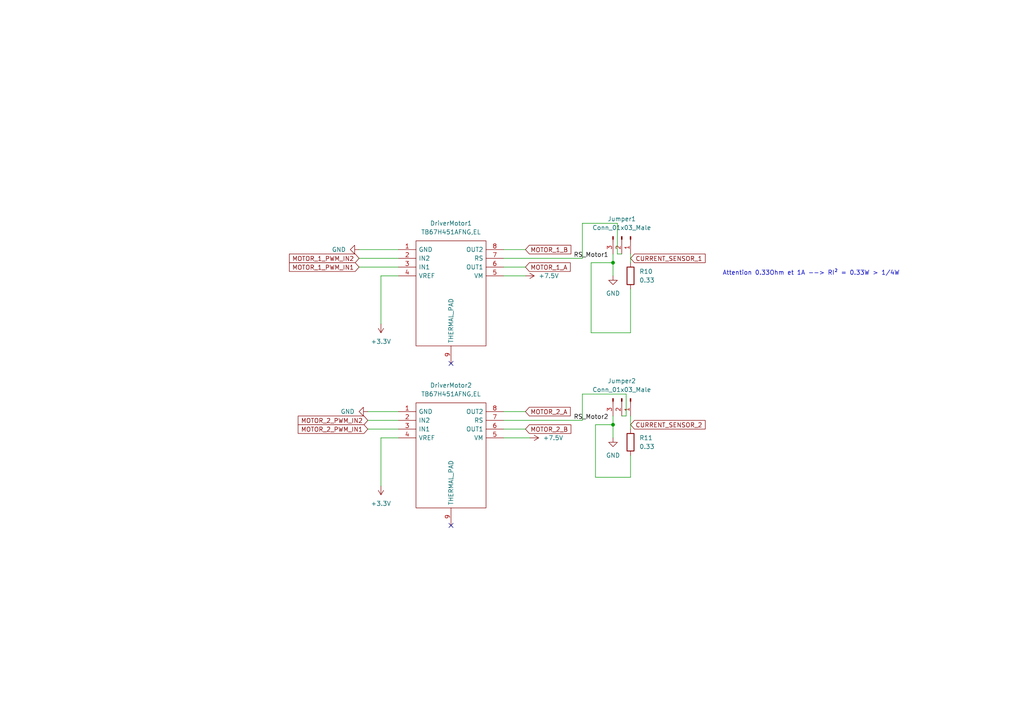
<source format=kicad_sch>
(kicad_sch (version 20211123) (generator eeschema)
  (paper "A4")
  (lib_symbols
    (symbol "Connector:Conn_01x03_Male" (pin_names (offset 1.016) hide)
      (property "Reference" "J" (at 0 5.08 0))
      (property "Value" "Conn_01x03_Male" (at 0 -5.08 0))
      (symbol "Conn_01x03_Male_1_1"
        (polyline (pts (xy 1.27 -2.54) (xy 0.8636 -2.54)) (stroke (width 0.1524)))
        (polyline (pts (xy 1.27 0) (xy 0.8636 0)) (stroke (width 0.1524)))
        (polyline (pts (xy 1.27 2.54) (xy 0.8636 2.54)) (stroke (width 0.1524)))
        (rectangle (start 0.8636 -2.413) (end 0 -2.667) (stroke (width 0.1524)) (fill (type outline)))
        (rectangle (start 0.8636 0.127) (end 0 -0.127) (stroke (width 0.1524)) (fill (type outline)))
        (rectangle (start 0.8636 2.667) (end 0 2.413) (stroke (width 0.1524)) (fill (type outline)))
        (pin passive line (at 5.08 2.54 180) (length 3.81) (name "Pin_1") (number "1"))
        (pin passive line (at 5.08 0 180) (length 3.81) (name "Pin_2") (number "2"))
        (pin passive line (at 5.08 -2.54 180) (length 3.81) (name "Pin_3") (number "3"))
      )
    )
    (symbol "Device:R" (pin_numbers hide) (pin_names (offset 0))
      (property "Reference" "R" (at 2.032 0 90))
      (property "Value" "R" (at 0 0 90))
      (symbol "R_0_1"
        (rectangle (start -1.016 -2.54) (end 1.016 2.54) (stroke (width 0.254)))
      )
      (symbol "R_1_1"
        (pin passive line (at 0 3.81 270) (length 1.27) (name "~") (number "1"))
        (pin passive line (at 0 -3.81 90) (length 1.27) (name "~") (number "2"))
      )
    )
    (symbol "TB67H451AFNG_EL:TB67H451AFNG,EL" (pin_names (offset 0.762))
      (property "Reference" "IC" (at 26.67 7.62 0))
      (property "Value" "TB67H451AFNG,EL" (at 26.67 5.08 0))
      (symbol "TB67H451AFNG,EL_0_0"
        (pin passive line (at 0 0 0) (length 5.08) (name "GND") (number "1"))
        (pin passive line (at 0 -2.54 0) (length 5.08) (name "IN2") (number "2"))
        (pin passive line (at 0 -5.08 0) (length 5.08) (name "IN1") (number "3"))
        (pin passive line (at 0 -7.62 0) (length 5.08) (name "VREF") (number "4"))
        (pin passive line (at 30.48 -7.62 180) (length 5.08) (name "VM") (number "5"))
        (pin passive line (at 30.48 -5.08 180) (length 5.08) (name "OUT1") (number "6"))
        (pin passive line (at 30.48 -2.54 180) (length 5.08) (name "RS") (number "7"))
        (pin passive line (at 30.48 0 180) (length 5.08) (name "OUT2") (number "8"))
        (pin passive line (at 15.24 -33.02 90) (length 5.08) (name "THERMAL_PAD") (number "9"))
      )
      (symbol "TB67H451AFNG,EL_0_1"
        (polyline (pts (xy 5.08 2.54) (xy 25.4 2.54) (xy 25.4 -27.94) (xy 5.08 -27.94) (xy 5.08 2.54)) (stroke (width 0.1524)))
      )
    )
    (symbol "power:+3.3V" (power) (pin_names (offset 0))
      (property "Value" "+3.3V" (at 0 3.556 0))
      (symbol "+3.3V_0_1"
        (polyline (pts (xy -0.762 1.27) (xy 0 2.54)))
        (polyline (pts (xy 0 0) (xy 0 2.54)))
        (polyline (pts (xy 0 2.54) (xy 0.762 1.27)))
      )
      (symbol "+3.3V_1_1"
        (pin power_in line (at 0 0 90) (length 0) hide (name "+3.3V") (number "1"))
      )
    )
    (symbol "power:+7.5V" (power) (pin_names (offset 0))
      (property "Value" "+7.5V" (at 0 3.556 0))
      (symbol "+7.5V_0_1"
        (polyline (pts (xy -0.762 1.27) (xy 0 2.54)))
        (polyline (pts (xy 0 0) (xy 0 2.54)))
        (polyline (pts (xy 0 2.54) (xy 0.762 1.27)))
      )
      (symbol "+7.5V_1_1"
        (pin power_in line (at 0 0 90) (length 0) hide (name "+7.5V") (number "1"))
      )
    )
    (symbol "power:GND" (power) (pin_names (offset 0))
      (property "Value" "GND" (at 0 -3.81 0))
      (symbol "GND_0_1"
        (polyline (pts (xy 0 0) (xy 0 -1.27) (xy 1.27 -1.27) (xy 0 -2.54) (xy -1.27 -1.27) (xy 0 -1.27)))
      )
      (symbol "GND_1_1"
        (pin power_in line (at 0 0 270) (length 0) hide (name "GND") (number "1"))
      )
    )
  )
  (junction (at 177.8 123.19))
  (junction (at 177.8 76.2))
  (no_connect (at 130.81 105.41))
  (no_connect (at 130.81 152.4))
  (wire (pts (xy 171.45 96.52) (xy 171.45 76.2)))
  (wire (pts (xy 182.88 83.82) (xy 182.88 96.52)))
  (wire (pts (xy 110.49 80.01) (xy 110.49 93.98)))
  (wire (pts (xy 181.61 120.65) (xy 181.61 114.3)))
  (wire (pts (xy 182.88 132.08) (xy 182.88 138.43)))
  (wire (pts (xy 172.72 123.19) (xy 177.8 123.19)))
  (wire (pts (xy 182.88 120.65) (xy 182.88 124.46)))
  (wire (pts (xy 168.91 64.77) (xy 168.91 74.93)))
  (wire (pts (xy 182.88 138.43) (xy 172.72 138.43)))
  (wire (pts (xy 104.14 77.47) (xy 115.57 77.47)))
  (wire (pts (xy 146.05 77.47) (xy 152.4 77.47)))
  (wire (pts (xy 106.68 121.92) (xy 115.57 121.92)))
  (wire (pts (xy 177.8 123.19) (xy 177.8 127)))
  (wire (pts (xy 177.8 73.66) (xy 177.8 76.2)))
  (wire (pts (xy 168.91 114.3) (xy 168.91 121.92)))
  (wire (pts (xy 146.05 72.39) (xy 152.4 72.39)))
  (wire (pts (xy 104.14 72.39) (xy 115.57 72.39)))
  (wire (pts (xy 172.72 138.43) (xy 172.72 123.19)))
  (wire (pts (xy 115.57 80.01) (xy 110.49 80.01)))
  (wire (pts (xy 168.91 121.92) (xy 146.05 121.92)))
  (wire (pts (xy 110.49 127) (xy 110.49 140.97)))
  (wire (pts (xy 179.07 64.77) (xy 168.91 64.77)))
  (wire (pts (xy 171.45 76.2) (xy 177.8 76.2)))
  (wire (pts (xy 146.05 127) (xy 153.67 127)))
  (wire (pts (xy 168.91 74.93) (xy 146.05 74.93)))
  (wire (pts (xy 180.34 120.65) (xy 181.61 120.65)))
  (wire (pts (xy 177.8 76.2) (xy 177.8 80.01)))
  (wire (pts (xy 181.61 114.3) (xy 168.91 114.3)))
  (wire (pts (xy 182.88 96.52) (xy 171.45 96.52)))
  (wire (pts (xy 146.05 80.01) (xy 152.4 80.01)))
  (wire (pts (xy 115.57 127) (xy 110.49 127)))
  (wire (pts (xy 179.07 64.77) (xy 179.07 73.66)))
  (wire (pts (xy 146.05 124.46) (xy 152.4 124.46)))
  (wire (pts (xy 182.88 73.66) (xy 182.88 76.2)))
  (wire (pts (xy 106.68 124.46) (xy 115.57 124.46)))
  (wire (pts (xy 104.14 74.93) (xy 115.57 74.93)))
  (wire (pts (xy 106.68 119.38) (xy 115.57 119.38)))
  (wire (pts (xy 180.34 73.66) (xy 179.07 73.66)))
  (wire (pts (xy 177.8 120.65) (xy 177.8 123.19)))
  (wire (pts (xy 146.05 119.38) (xy 152.4 119.38)))
  (text "Attention 0.33Ohm et 1A --> RI² = 0.33W > 1/4W" (at 209.55 80.01 0) (effects (font (size 1.27 1.27)) (justify left bottom)))
  (label "RS_Motor1" (at 166.37 74.93 0))
  (label "RS_Motor2" (at 166.37 121.92 0))
  (global_label "MOTOR_1_PWM_IN1" (shape input) (at 104.14 77.47 180) (property "Intersheet References" "${INTERSHEET_REFS}" (effects hide)))
  (global_label "MOTOR_2_PWM_IN1" (shape input) (at 106.68 124.46 180) (property "Intersheet References" "${INTERSHEET_REFS}" (effects hide)))
  (global_label "MOTOR_1_B" (shape input) (at 152.4 72.39 0) (property "Intersheet References" "${INTERSHEET_REFS}" (effects hide)))
  (global_label "MOTOR_2_A" (shape input) (at 152.4 119.38 0) (property "Intersheet References" "${INTERSHEET_REFS}" (effects hide)))
  (global_label "MOTOR_2_PWM_IN2" (shape input) (at 106.68 121.92 180) (property "Intersheet References" "${INTERSHEET_REFS}" (effects hide)))
  (global_label "CURRENT_SENSOR_1" (shape input) (at 182.88 74.93 0) (property "Intersheet References" "${INTERSHEET_REFS}" (effects hide)))
  (global_label "CURRENT_SENSOR_2" (shape input) (at 182.88 123.19 0) (property "Intersheet References" "${INTERSHEET_REFS}" (effects hide)))
  (global_label "MOTOR_1_PWM_IN2" (shape input) (at 104.14 74.93 180) (property "Intersheet References" "${INTERSHEET_REFS}" (effects hide)))
  (global_label "MOTOR_1_A" (shape input) (at 152.4 77.47 0) (property "Intersheet References" "${INTERSHEET_REFS}" (effects hide)))
  (global_label "MOTOR_2_B" (shape input) (at 152.4 124.46 0) (property "Intersheet References" "${INTERSHEET_REFS}" (effects hide)))
  (symbol (lib_id "Device:R") (at 182.88 128.27 0) (unit 1)
    (property "Reference" "R11" (at 185.42 126.9999 0) (effects (justify left)))
    (property "Value" "0.33" (at 185.42 129.5399 0) (effects (justify left)))
    (property "Footprint" "Resistor_SMD:R_2512_6332Metric_Pad1.40x3.35mm_HandSolder" (effects hide))
  )
  (symbol (lib_id "power:GND") (at 177.8 127 0) (unit 1)
    (property "Reference" "#PWR0135" (effects hide))
    (property "Value" "GND" (at 177.8 132.08 0))
  )
  (symbol (lib_id "power:+7.5V") (at 152.4 80.01 270) (unit 1)
    (property "Reference" "#PWR0136" (effects hide))
    (property "Value" "+7.5V" (at 156.21 80.0101 90) (effects (justify left)))
  )
  (symbol (lib_id "power:+3.3V") (at 110.49 93.98 180) (unit 1)
    (property "Reference" "#PWR0140" (effects hide))
    (property "Value" "+3.3V" (at 110.49 99.06 0))
  )
  (symbol (lib_id "power:+7.5V") (at 153.67 127 270) (unit 1)
    (property "Reference" "#PWR0134" (effects hide))
    (property "Value" "+7.5V" (at 157.48 126.9999 90) (effects (justify left)))
  )
  (symbol (lib_id "Connector:Conn_01x03_Male") (at 180.34 115.57 270) (unit 1)
    (property "Reference" "Jumper2" (at 180.34 110.49 90))
    (property "Value" "Conn_01x03_Male" (at 180.34 113.03 90))
    (property "Footprint" "Connector_PinHeader_2.54mm:PinHeader_1x03_P2.54mm_Vertical_SMD_Pin1Left" (effects hide))
  )
  (symbol (lib_id "Connector:Conn_01x03_Male") (at 180.34 68.58 270) (unit 1)
    (property "Reference" "Jumper1" (at 180.34 63.5 90))
    (property "Value" "Conn_01x03_Male" (at 180.34 66.04 90))
    (property "Footprint" "Connector_PinHeader_2.54mm:PinHeader_1x03_P2.54mm_Vertical_SMD_Pin1Left" (effects hide))
  )
  (symbol (lib_id "Device:R") (at 182.88 80.01 0) (unit 1)
    (property "Reference" "R10" (at 185.42 78.7399 0) (effects (justify left)))
    (property "Value" "0.33" (at 185.42 81.2799 0) (effects (justify left)))
    (property "Footprint" "Resistor_SMD:R_2512_6332Metric_Pad1.40x3.35mm_HandSolder" (effects hide))
  )
  (symbol (lib_id "power:+3.3V") (at 110.49 140.97 180) (unit 1)
    (property "Reference" "#PWR0137" (effects hide))
    (property "Value" "+3.3V" (at 110.49 146.05 0))
  )
  (symbol (lib_id "TB67H451AFNG_EL:TB67H451AFNG,EL") (at 115.57 72.39 0) (unit 1)
    (property "Reference" "DriverMotor1" (at 130.81 64.77 0))
    (property "Value" "TB67H451AFNG,EL" (at 130.81 67.31 0))
    (property "Footprint" "TB67H451AFNG,EL:SOIC127P600X170-9N" (effects hide))
    (property "Datasheet" "https://www.arrow.com/en/products/tb67h451afngel/toshiba?region=nac" (effects hide))
    (property "Description" "Motor/Motion/Ignition Controllers & Drivers 50V/3A BRUSHED MOTOR DRIVER" (effects hide))
    (property "Height" "1.7" (effects hide))
    (property "Manufacturer_Name" "Toshiba" (effects hide))
    (property "Manufacturer_Part_Number" "TB67H451AFNG,EL" (effects hide))
    (property "Mouser Part Number" "757-TB67H451AFNGEL" (effects hide))
    (property "Mouser Price/Stock" "https://www.mouser.co.uk/ProductDetail/Toshiba/TB67H451AFNGEL?qs=Wj%2FVkw3K%252BMArV7aRaH6JgA%3D%3D" (effects hide))
    (property "Arrow Part Number" "TB67H451AFNG,EL" (effects hide))
    (property "Arrow Price/Stock" "https://www.arrow.com/en/products/tb67h451afngel/toshiba?region=nac" (effects hide))
  )
  (symbol (lib_id "power:GND") (at 104.14 72.39 270) (unit 1)
    (property "Reference" "#PWR0139" (effects hide))
    (property "Value" "GND" (at 100.33 72.3899 90) (effects (justify right)))
  )
  (symbol (lib_id "power:GND") (at 177.8 80.01 0) (unit 1)
    (property "Reference" "#PWR0141" (effects hide))
    (property "Value" "GND" (at 177.8 85.09 0))
  )
  (symbol (lib_id "TB67H451AFNG_EL:TB67H451AFNG,EL") (at 115.57 119.38 0) (unit 1)
    (property "Reference" "DriverMotor2" (at 130.81 111.76 0))
    (property "Value" "TB67H451AFNG,EL" (at 130.81 114.3 0))
    (property "Footprint" "TB67H451AFNG,EL:SOIC127P600X170-9N" (effects hide))
    (property "Datasheet" "https://www.arrow.com/en/products/tb67h451afngel/toshiba?region=nac" (effects hide))
    (property "Description" "Motor/Motion/Ignition Controllers & Drivers 50V/3A BRUSHED MOTOR DRIVER" (effects hide))
    (property "Height" "1.7" (effects hide))
    (property "Manufacturer_Name" "Toshiba" (effects hide))
    (property "Manufacturer_Part_Number" "TB67H451AFNG,EL" (effects hide))
    (property "Mouser Part Number" "757-TB67H451AFNGEL" (effects hide))
    (property "Mouser Price/Stock" "https://www.mouser.co.uk/ProductDetail/Toshiba/TB67H451AFNGEL?qs=Wj%2FVkw3K%252BMArV7aRaH6JgA%3D%3D" (effects hide))
    (property "Arrow Part Number" "TB67H451AFNG,EL" (effects hide))
    (property "Arrow Price/Stock" "https://www.arrow.com/en/products/tb67h451afngel/toshiba?region=nac" (effects hide))
  )
  (symbol (lib_id "power:GND") (at 106.68 119.38 270) (unit 1)
    (property "Reference" "#PWR0138" (effects hide))
    (property "Value" "GND" (at 102.87 119.3799 90) (effects (justify right)))
  )
)
</source>
